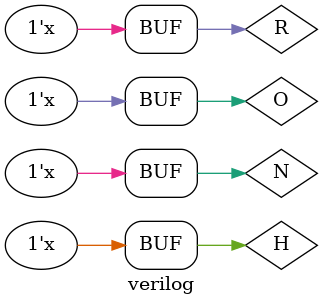
<source format=v>
`timescale 1ns / 1ps

module verilog;

	// Inputs
	reg H;
	reg O;
	reg R;
	reg N;
	wire S;

	// Instantiate the Unit Under Test (UUT)
	exp1 uut (
		.H(H), 
		.O(O), 
		.R(R), 
		.N(N),
		.S(S)
	);

	initial begin
		// Initialize Inputs
		H = 0;
		O = 0;
		R = 0;
		N = 0;
end
		always begin
	#10
	{H, O, N, R} = {H,O,N,R} + 1;
end


        
		// Add stimulus here

	
      
endmodule


</source>
